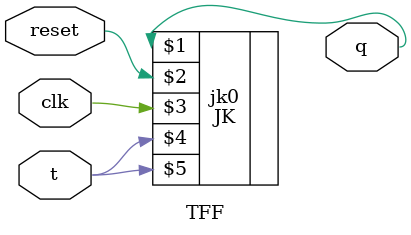
<source format=v>
module TFF (q, reset, clk, t);
	output q;
	input reset, clk, t;
	JK jk0(q, reset, clk, t, t);
endmodule

</source>
